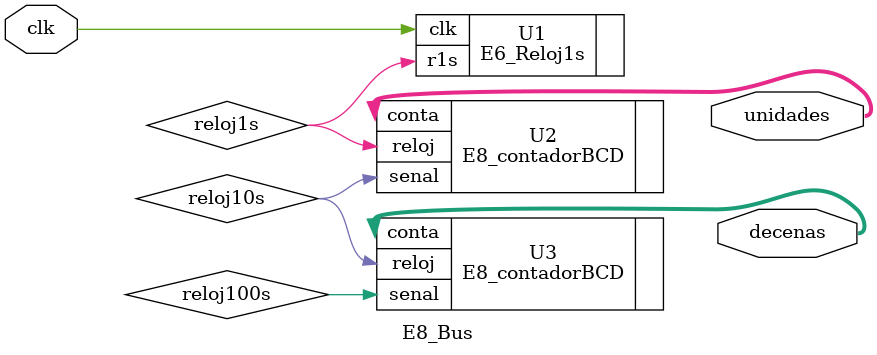
<source format=v>
module E8_Bus (input clk, output[3:0] unidades, output[3:0] decenas);

wire reloj1s, reloj10s, reloj100s;

E6_Reloj1s U1(.clk(clk), .r1s(reloj1s));

E8_contadorBCD U2(.reloj(reloj1s), .conta(unidades), .senal(reloj10s));
E8_contadorBCD U3(.reloj(reloj10s), .conta(decenas), .senal(reloj100s));

endmodule

</source>
